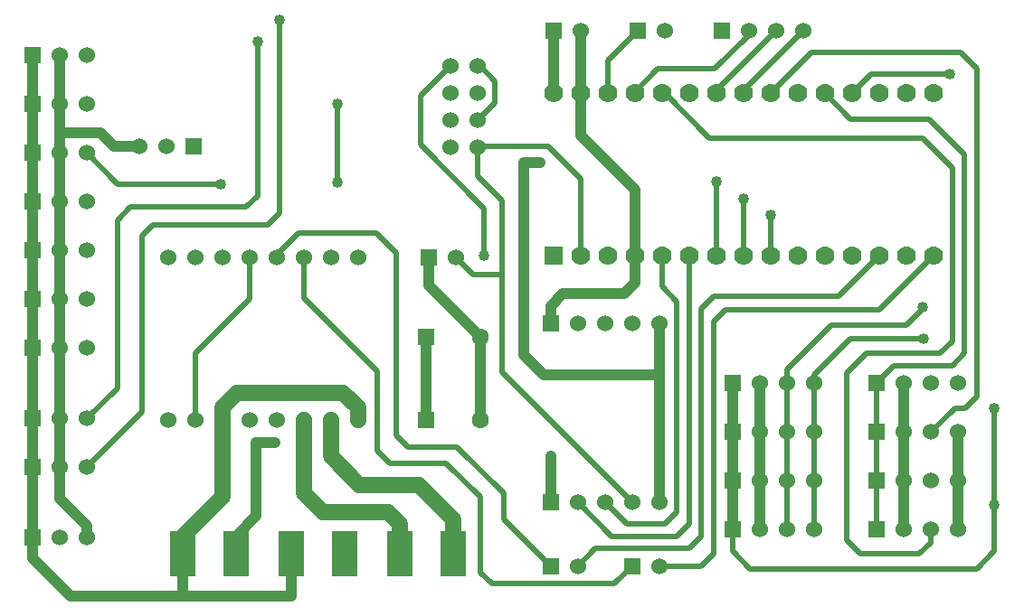
<source format=gbl>
G04 DipTrace 4.3.0.5*
G04 Gerber_BottomLayer.GBL*
%MOIN*%
G04 #@! TF.FileFunction,Copper,L2,Bot*
G04 #@! TF.Part,Single*
G04 #@! TA.AperFunction,ComponentPad*
%ADD14C,0.06*%
G04 #@! TA.AperFunction,Conductor*
%ADD15C,0.02*%
G04 #@! TA.AperFunction,ViaPad*
%ADD16C,0.04*%
G04 #@! TA.AperFunction,ComponentPad*
%ADD17C,0.062992*%
%ADD18R,0.062992X0.062992*%
%ADD20R,0.06X0.06*%
%ADD21C,0.06*%
%ADD22R,0.093699X0.168699*%
%ADD24R,0.07X0.07*%
%ADD25C,0.07*%
%FSLAX26Y26*%
G04*
G70*
G90*
G75*
G01*
G04 Bottom*
%LPD*%
X3693700Y723700D2*
D15*
Y903700D1*
Y1263700D2*
X3758700Y1328700D1*
X3973700D1*
X4018700Y1373700D1*
Y2108704D1*
X3888704Y2238700D1*
X3598700D1*
X3503700Y2333700D1*
X3693700Y1083700D2*
Y1263700D1*
Y903700D2*
Y1083700D1*
X683700Y2473700D2*
D16*
Y2293700D1*
X783700Y693700D2*
Y738700D1*
X683700Y838700D1*
Y953700D1*
X1333700Y633700D2*
Y698700D1*
X1408700Y773700D1*
Y1043700D1*
X3793700Y1263700D2*
Y1083700D1*
X2033700Y1128700D2*
Y1433694D1*
X3163700Y723700D2*
Y903700D1*
X683700Y2293700D2*
Y2188700D1*
X833692D1*
X883713Y2138680D1*
X978700D1*
X683700Y2113700D2*
Y2188700D1*
Y1933700D2*
Y2113700D1*
Y1753700D2*
Y1933700D1*
Y1573700D2*
Y1753700D1*
Y1393700D2*
Y1573700D1*
Y1133700D2*
Y1393700D1*
Y953700D2*
Y1133700D1*
X3793700Y903700D2*
Y723700D1*
Y1083700D2*
Y903700D1*
X3163700Y1083700D2*
Y1263700D1*
Y903700D2*
Y1083700D1*
Y723700D2*
D15*
Y643700D1*
X3228700Y578700D1*
X4063700D1*
X4128700Y643700D1*
Y813700D1*
Y1172700D1*
X1408700Y1043700D2*
D16*
X1478700D1*
X1383700Y1728700D2*
D15*
Y1573700D1*
X1183700Y1373700D1*
Y1128700D1*
X2893700Y823700D2*
D16*
Y1293700D1*
Y1483695D1*
X2803700Y2333700D2*
Y2338700D1*
D15*
X2888700Y2423700D1*
X3098700D1*
X3223700Y2548700D1*
Y2563700D1*
X2893700Y1293700D2*
D16*
X2468553D1*
X2393700Y1368553D1*
Y2078700D1*
X2453700D1*
X2223705Y2233700D2*
D15*
X2288708Y2298703D1*
Y2378692D1*
X2233700Y2433700D1*
X2223705D1*
X2493700Y588700D2*
X2321129Y761271D1*
Y856271D1*
X2148700Y1028700D1*
X1966127D1*
X1923700Y1071127D1*
Y1746127D1*
X1851127Y1818700D1*
X1563700D1*
X1483700Y1738700D1*
Y1728700D1*
X2793700Y588700D2*
X2728700Y523700D1*
X2276127D1*
X2233700Y566127D1*
Y843700D1*
X2108700Y968700D1*
X1901127D1*
X1853700Y1016127D1*
Y1308700D1*
X1583700Y1578700D1*
Y1728700D1*
X3703700Y1733700D2*
X3553704Y1583704D1*
X3093700D1*
X3048700Y1538704D1*
Y698700D1*
X3003700Y653700D1*
X2658700D1*
X2593700Y588700D1*
X583700Y2473700D2*
D16*
Y2293700D1*
X1783700Y1128700D2*
D14*
Y1173700D1*
X1728700Y1228700D1*
X1338700D1*
X1283700Y1173700D1*
Y1128700D1*
X2603700Y2333700D2*
D16*
Y2563700D1*
X2493700Y993700D2*
Y823700D1*
X3263700Y723700D2*
Y903700D1*
X3993700Y1083700D2*
Y903700D1*
X583700Y693700D2*
Y618700D1*
X723700Y478700D1*
X1137700D1*
X1537700D1*
Y633700D1*
X583700Y953700D2*
Y693700D1*
Y1133700D2*
Y953700D1*
Y1393700D2*
Y1133700D1*
Y1573700D2*
Y1393700D1*
Y1753700D2*
Y1573700D1*
Y1933700D2*
Y1753700D1*
Y2113700D2*
Y1933700D1*
Y2293700D2*
Y2113700D1*
X1137700Y633700D2*
Y478700D1*
X1283700Y1128700D2*
D14*
Y843700D1*
X1137700Y697700D1*
D16*
Y633700D1*
X2233700Y1433700D2*
Y1128700D1*
X3263700Y1083700D2*
Y1263700D1*
Y903700D2*
Y1083700D1*
X3993700Y903700D2*
Y723700D1*
X2603700Y2333700D2*
Y2178700D1*
X2803700Y1978700D1*
Y1733700D1*
X2493700Y1483695D2*
Y1548700D1*
X2538700Y1593700D1*
X2763700D1*
X2803700Y1633700D1*
Y1733700D1*
X2233700Y1433700D2*
X2043700Y1623700D1*
Y1728700D1*
X2143700D2*
D15*
X2208700Y1663700D1*
X2313700D1*
Y1303700D1*
X2793700Y823700D1*
X2313700Y1663700D2*
Y1938700D1*
X2223705Y2028695D1*
Y2133700D1*
Y2138700D1*
X2483704D1*
X2603700Y2018704D1*
Y1733700D1*
X1583700Y1128700D2*
D14*
Y857491D1*
X1652491Y788700D1*
X1893700D1*
X1937700Y744700D1*
Y633700D1*
X1683700Y1128700D2*
Y993700D1*
X1788700Y888700D1*
X2006420D1*
X2133700Y761420D1*
Y633700D1*
X2893700Y588700D2*
D15*
X3048700D1*
X3093700Y633700D1*
Y1491273D1*
X3136127Y1533700D1*
X3703700D1*
X3903700Y1733700D1*
X3103700D2*
Y2008700D1*
X1708700Y2293700D2*
Y2003700D1*
X1278700Y1998700D2*
X898700D1*
X783700Y2113700D1*
X3203700Y1943708D2*
Y1733700D1*
X3303700Y1883700D2*
Y1733700D1*
X2123705Y2433700D2*
X2013704Y2323699D1*
Y2143700D1*
X2248700Y1908704D1*
Y1733700D1*
X3003700D2*
Y743700D1*
X2958700Y698700D1*
X2718700D1*
X2593700Y823700D1*
X2903700Y1733700D2*
Y1621196D1*
X2958700Y1566196D1*
Y788700D1*
X2913700Y743700D1*
X2773700D1*
X2693700Y823700D1*
X3363700Y723700D2*
Y903700D1*
Y1263700D2*
Y1313700D1*
X3528700Y1478700D1*
X3803700D1*
X3863700Y1538700D1*
Y1543700D1*
X3363700Y1083700D2*
Y1263700D1*
Y903700D2*
Y1083700D1*
X3103700Y2333700D2*
Y2343700D1*
X3323700Y2563700D1*
X3463700Y723700D2*
Y903700D1*
Y1263700D2*
Y1293700D1*
X3598700Y1428700D1*
X3866594D1*
X3463700Y1083700D2*
Y1263700D1*
Y903700D2*
Y1083700D1*
X3203700Y2333700D2*
Y2343700D1*
X3423700Y2563700D1*
X3893700Y1083700D2*
X3982700Y1172700D1*
X4021273D1*
X4063700Y1215127D1*
Y2423700D1*
X4003700Y2483700D1*
X3453700D1*
X3303700Y2333700D1*
X3893700Y723700D2*
Y676127D1*
X3851273Y633700D1*
X3633700D1*
X3583700Y683700D1*
Y1301273D1*
X3656127Y1373700D1*
X3928700D1*
X3973700Y1418700D1*
Y2058700D1*
X3863700Y2168700D1*
X3078700D1*
X2913700Y2333700D1*
X2903700D1*
X1413700Y2523700D2*
Y1956127D1*
X1371273Y1913700D1*
X943396D1*
X895821Y1866125D1*
Y1245821D1*
X783700Y1133700D1*
X1493700Y2603700D2*
Y1891127D1*
X1451273Y1848700D1*
X1027608D1*
X988397Y1809489D1*
Y1158397D1*
X783700Y953700D1*
X3963700Y2403700D2*
X3673700D1*
X3603700Y2333700D1*
X2503700D2*
D16*
Y2563700D1*
X2813700D2*
D15*
X2703700Y2453700D1*
Y2333700D1*
D16*
X4128700Y1172700D3*
Y813700D3*
X1708700Y2293700D3*
Y2003700D3*
X3103700Y2008700D3*
X2248700Y1733700D3*
X2393700Y2078700D3*
X1478700Y1043700D3*
X2453700Y2078700D3*
X1408700Y1043700D3*
X2493700Y993700D3*
X1278700Y1998700D3*
X3203700Y1943708D3*
X3303700Y1883700D3*
X3863700Y1543700D3*
X3866594Y1428700D3*
X1413700Y2523700D3*
X1493700Y2603700D3*
X3963700Y2403700D3*
D17*
X2233700Y1433700D3*
D18*
X2033700Y1433694D3*
D17*
X2233700Y1128700D3*
D18*
X2033700D3*
D20*
X2043700Y1728700D3*
D14*
X2143700D3*
D20*
X2493700Y823700D3*
D21*
X2593700D3*
X2693700D3*
X2793700D3*
X2893700D3*
D20*
X2493700Y588700D3*
D14*
X2593700D3*
D20*
X2793700D3*
D14*
X2893700D3*
D20*
X3163700Y1263700D3*
D21*
X3263700D3*
X3363700D3*
X3463700D3*
D20*
X3163700Y1083700D3*
D21*
X3263700D3*
X3363700D3*
X3463700D3*
D20*
X3163700Y903700D3*
D21*
X3263700D3*
X3363700D3*
X3463700D3*
D20*
X3163700Y723700D3*
D21*
X3263700D3*
X3363700D3*
X3463700D3*
D20*
X3123700Y2563700D3*
D21*
X3223700D3*
X3323700D3*
X3423700D3*
D20*
X583700Y693700D3*
D21*
X683700D3*
X783700D3*
D20*
X2503700Y2563700D3*
D14*
X2603700D3*
D22*
X1333700Y633700D3*
X1137700D3*
X1733700D3*
X1537700D3*
X2133700D3*
X1937700D3*
D20*
X583700Y2473700D3*
D21*
X683700D3*
X783700D3*
D20*
X583700Y2293700D3*
D21*
X683700D3*
X783700D3*
D20*
X583700Y2113700D3*
D21*
X683700D3*
X783700D3*
D20*
X583700Y1933700D3*
D21*
X683700D3*
X783700D3*
D20*
X583700Y1753700D3*
D21*
X683700D3*
X783700D3*
D20*
X583700Y1573700D3*
D21*
X683700D3*
X783700D3*
D20*
X583700Y1393700D3*
D21*
X683700D3*
X783700D3*
D20*
X2813700Y2563700D3*
D14*
X2913700D3*
D20*
X583700Y1133700D3*
D21*
X683700D3*
X783700D3*
D20*
X583700Y953700D3*
D21*
X683700D3*
X783700D3*
D20*
X3693700Y1263700D3*
D21*
X3793700D3*
X3893700D3*
X3993700D3*
D20*
X3693700Y1083700D3*
D21*
X3793700D3*
X3893700D3*
X3993700D3*
D20*
X3693700Y903700D3*
D21*
X3793700D3*
X3893700D3*
X3993700D3*
D20*
X3693700Y723700D3*
D21*
X3793700D3*
X3893700D3*
X3993700D3*
D24*
X2503700Y1733700D3*
D25*
X2603700D3*
X2703700D3*
X2803700D3*
X2903700D3*
X3003700D3*
X3103700D3*
X3203700D3*
X3303700D3*
X3403700D3*
X3503700D3*
X3603700D3*
X3703700D3*
X3803700D3*
X3903700D3*
X2503700Y2333700D3*
X2603700D3*
X2703700D3*
X2803700D3*
X2903700D3*
X3003700D3*
X3103700D3*
X3203700D3*
X3303700D3*
X3403700D3*
X3503700D3*
X3603700D3*
X3703700D3*
X3803700D3*
X3903700D3*
D21*
X2123705Y2133700D3*
Y2233700D3*
Y2333700D3*
Y2433700D3*
X2223705D3*
Y2333700D3*
Y2233700D3*
Y2133700D3*
D20*
X1178700Y2138700D3*
D21*
X1078700Y2138690D3*
X978700Y2138680D3*
X1083700Y1128700D3*
X1183700D3*
X1283700D3*
X1383700D3*
X1483700D3*
X1583700D3*
X1683700D3*
X1783700D3*
Y1728700D3*
X1683700D3*
X1583700D3*
X1483700D3*
X1383700D3*
X1283700D3*
X1183700D3*
X1083700D3*
X2893700Y1483695D3*
X2793700D3*
X2693700D3*
X2593700D3*
D20*
X2493700D3*
M02*

</source>
